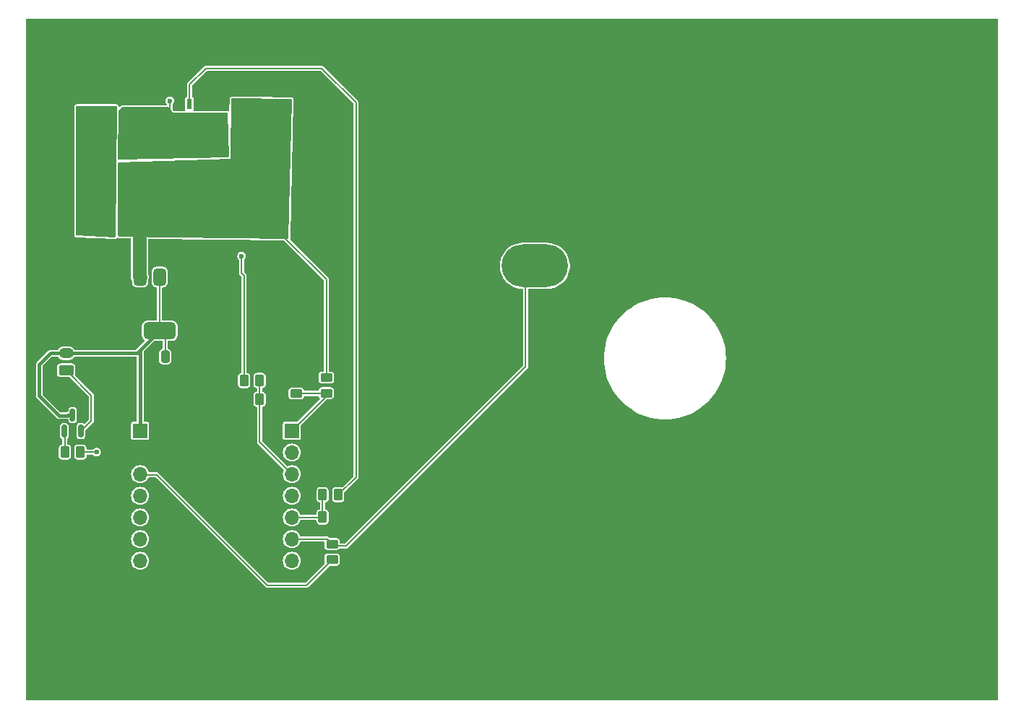
<source format=gbr>
%TF.GenerationSoftware,KiCad,Pcbnew,8.0.4*%
%TF.CreationDate,2025-02-03T15:53:43-05:00*%
%TF.ProjectId,AerospaceBigButton,4165726f-7370-4616-9365-426967427574,rev?*%
%TF.SameCoordinates,Original*%
%TF.FileFunction,Copper,L1,Top*%
%TF.FilePolarity,Positive*%
%FSLAX46Y46*%
G04 Gerber Fmt 4.6, Leading zero omitted, Abs format (unit mm)*
G04 Created by KiCad (PCBNEW 8.0.4) date 2025-02-03 15:53:43*
%MOMM*%
%LPD*%
G01*
G04 APERTURE LIST*
G04 Aperture macros list*
%AMRoundRect*
0 Rectangle with rounded corners*
0 $1 Rounding radius*
0 $2 $3 $4 $5 $6 $7 $8 $9 X,Y pos of 4 corners*
0 Add a 4 corners polygon primitive as box body*
4,1,4,$2,$3,$4,$5,$6,$7,$8,$9,$2,$3,0*
0 Add four circle primitives for the rounded corners*
1,1,$1+$1,$2,$3*
1,1,$1+$1,$4,$5*
1,1,$1+$1,$6,$7*
1,1,$1+$1,$8,$9*
0 Add four rect primitives between the rounded corners*
20,1,$1+$1,$2,$3,$4,$5,0*
20,1,$1+$1,$4,$5,$6,$7,0*
20,1,$1+$1,$6,$7,$8,$9,0*
20,1,$1+$1,$8,$9,$2,$3,0*%
G04 Aperture macros list end*
%TA.AperFunction,SMDPad,CuDef*%
%ADD10RoundRect,0.250000X-0.262500X-0.450000X0.262500X-0.450000X0.262500X0.450000X-0.262500X0.450000X0*%
%TD*%
%TA.AperFunction,SMDPad,CuDef*%
%ADD11RoundRect,0.150000X0.150000X-0.587500X0.150000X0.587500X-0.150000X0.587500X-0.150000X-0.587500X0*%
%TD*%
%TA.AperFunction,SMDPad,CuDef*%
%ADD12RoundRect,0.250000X-0.450000X0.262500X-0.450000X-0.262500X0.450000X-0.262500X0.450000X0.262500X0*%
%TD*%
%TA.AperFunction,ComponentPad*%
%ADD13C,3.600000*%
%TD*%
%TA.AperFunction,ConnectorPad*%
%ADD14C,5.600000*%
%TD*%
%TA.AperFunction,SMDPad,CuDef*%
%ADD15RoundRect,0.250000X0.450000X-0.262500X0.450000X0.262500X-0.450000X0.262500X-0.450000X-0.262500X0*%
%TD*%
%TA.AperFunction,SMDPad,CuDef*%
%ADD16RoundRect,0.250000X0.262500X0.450000X-0.262500X0.450000X-0.262500X-0.450000X0.262500X-0.450000X0*%
%TD*%
%TA.AperFunction,ComponentPad*%
%ADD17RoundRect,0.250000X0.625000X-0.350000X0.625000X0.350000X-0.625000X0.350000X-0.625000X-0.350000X0*%
%TD*%
%TA.AperFunction,ComponentPad*%
%ADD18O,1.750000X1.200000*%
%TD*%
%TA.AperFunction,ComponentPad*%
%ADD19R,3.800000X3.800000*%
%TD*%
%TA.AperFunction,ComponentPad*%
%ADD20C,3.800000*%
%TD*%
%TA.AperFunction,ComponentPad*%
%ADD21O,7.800000X5.000000*%
%TD*%
%TA.AperFunction,ComponentPad*%
%ADD22O,9.400000X5.000000*%
%TD*%
%TA.AperFunction,SMDPad,CuDef*%
%ADD23RoundRect,0.375000X-0.375000X0.625000X-0.375000X-0.625000X0.375000X-0.625000X0.375000X0.625000X0*%
%TD*%
%TA.AperFunction,SMDPad,CuDef*%
%ADD24RoundRect,0.500000X-1.400000X0.500000X-1.400000X-0.500000X1.400000X-0.500000X1.400000X0.500000X0*%
%TD*%
%TA.AperFunction,SMDPad,CuDef*%
%ADD25R,0.610000X1.270000*%
%TD*%
%TA.AperFunction,SMDPad,CuDef*%
%ADD26R,3.910000X3.810000*%
%TD*%
%TA.AperFunction,SMDPad,CuDef*%
%ADD27R,0.610000X1.020000*%
%TD*%
%TA.AperFunction,SMDPad,CuDef*%
%ADD28RoundRect,0.250000X-0.250000X-0.475000X0.250000X-0.475000X0.250000X0.475000X-0.250000X0.475000X0*%
%TD*%
%TA.AperFunction,SMDPad,CuDef*%
%ADD29RoundRect,0.250000X-1.500000X-0.550000X1.500000X-0.550000X1.500000X0.550000X-1.500000X0.550000X0*%
%TD*%
%TA.AperFunction,ComponentPad*%
%ADD30C,4.000000*%
%TD*%
%TA.AperFunction,ComponentPad*%
%ADD31R,1.700000X1.700000*%
%TD*%
%TA.AperFunction,ComponentPad*%
%ADD32O,1.700000X1.700000*%
%TD*%
%TA.AperFunction,ViaPad*%
%ADD33C,0.600000*%
%TD*%
%TA.AperFunction,Conductor*%
%ADD34C,0.200000*%
%TD*%
%TA.AperFunction,Conductor*%
%ADD35C,0.400000*%
%TD*%
%TA.AperFunction,Conductor*%
%ADD36C,1.600000*%
%TD*%
G04 APERTURE END LIST*
D10*
%TO.P,R6,2*%
%TO.N,/ARMED*%
X56512500Y-66000000D03*
%TO.P,R6,1*%
%TO.N,Net-(Q2-B)*%
X54687500Y-66000000D03*
%TD*%
D11*
%TO.P,Q2,1,B*%
%TO.N,Net-(Q2-B)*%
X54650000Y-63537500D03*
%TO.P,Q2,2,E*%
%TO.N,Net-(J6-Pin_1)*%
X56550000Y-63537500D03*
%TO.P,Q2,3,C*%
%TO.N,+5V*%
X55600000Y-61662500D03*
%TD*%
D12*
%TO.P,R9,1*%
%TO.N,GND*%
X81800000Y-57287500D03*
%TO.P,R9,2*%
%TO.N,/VINSENSE*%
X81800000Y-59112500D03*
%TD*%
D13*
%TO.P,H4,1,1*%
%TO.N,GND*%
X55000000Y-90000000D03*
D14*
X55000000Y-90000000D03*
%TD*%
D12*
%TO.P,R8,1*%
%TO.N,VCC*%
X85320000Y-57252500D03*
%TO.P,R8,2*%
%TO.N,/VINSENSE*%
X85320000Y-59077500D03*
%TD*%
D15*
%TO.P,R1,1*%
%TO.N,+3V3*%
X86000000Y-78600000D03*
%TO.P,R1,2*%
%TO.N,/BIGSWITCH*%
X86000000Y-76775000D03*
%TD*%
D13*
%TO.P,H1,1,1*%
%TO.N,GND*%
X55000000Y-20000000D03*
D14*
X55000000Y-20000000D03*
%TD*%
D16*
%TO.P,R5,1*%
%TO.N,GND*%
X86712500Y-73600000D03*
%TO.P,R5,2*%
%TO.N,/FIRE*%
X84887500Y-73600000D03*
%TD*%
D17*
%TO.P,J6,1,Pin_1*%
%TO.N,Net-(J6-Pin_1)*%
X54850000Y-56400000D03*
D18*
%TO.P,J6,2,Pin_2*%
%TO.N,+5V*%
X54850000Y-54400000D03*
%TO.P,J6,3,Pin_3*%
%TO.N,GND*%
X54850000Y-52400000D03*
%TD*%
D10*
%TO.P,R3,1*%
%TO.N,GND*%
X75687500Y-59800000D03*
%TO.P,R3,2*%
%TO.N,/CONT*%
X77512500Y-59800000D03*
%TD*%
D19*
%TO.P,J3,1,Pin_1*%
%TO.N,GND*%
X83900000Y-27940000D03*
D20*
%TO.P,J3,2,Pin_2*%
%TO.N,VCC*%
X78900000Y-27940000D03*
%TD*%
D13*
%TO.P,H3,1,1*%
%TO.N,GND*%
X160000000Y-90000000D03*
D14*
X160000000Y-90000000D03*
%TD*%
D21*
%TO.P,SW1,1,A*%
%TO.N,/BIGSWITCH*%
X109760000Y-44150000D03*
D22*
%TO.P,SW1,2,B*%
%TO.N,GND*%
X135160000Y-34260000D03*
%TD*%
D23*
%TO.P,U1,1,GND*%
%TO.N,GND*%
X68100000Y-45450000D03*
%TO.P,U1,2,VO*%
%TO.N,+5V*%
X65800000Y-45450000D03*
D24*
X65800000Y-51750000D03*
D23*
%TO.P,U1,3,VI*%
%TO.N,VCC*%
X63500000Y-45450000D03*
%TD*%
D25*
%TO.P,Q1,1,S*%
%TO.N,GND*%
X73110000Y-25200000D03*
%TO.P,Q1,2,S*%
X71840000Y-25200000D03*
%TO.P,Q1,3,S*%
X70570000Y-25200000D03*
%TO.P,Q1,4,G*%
%TO.N,Net-(Q1-G)*%
X69300000Y-25200000D03*
D26*
%TO.P,Q1,5,D*%
%TO.N,Net-(J4-Pin_1)*%
X71205000Y-28560000D03*
D27*
X73110000Y-30665000D03*
X71840000Y-30665000D03*
X70570000Y-30665000D03*
X69300000Y-30665000D03*
%TD*%
D13*
%TO.P,H2,1,1*%
%TO.N,GND*%
X160000000Y-20000000D03*
D14*
X160000000Y-20000000D03*
%TD*%
D28*
%TO.P,C2,1*%
%TO.N,+5V*%
X66450000Y-54800000D03*
%TO.P,C2,2*%
%TO.N,GND*%
X68350000Y-54800000D03*
%TD*%
D29*
%TO.P,C3,1*%
%TO.N,VCC*%
X78580000Y-38100000D03*
%TO.P,C3,2*%
%TO.N,GND*%
X83980000Y-38100000D03*
%TD*%
D10*
%TO.P,R4,1*%
%TO.N,/FIRE*%
X84887500Y-71000000D03*
%TO.P,R4,2*%
%TO.N,Net-(Q1-G)*%
X86712500Y-71000000D03*
%TD*%
D28*
%TO.P,C1,1*%
%TO.N,VCC*%
X80250000Y-33000000D03*
%TO.P,C1,2*%
%TO.N,GND*%
X82150000Y-33000000D03*
%TD*%
D19*
%TO.P,J5,1,Pin_1*%
%TO.N,/PYRO*%
X58420000Y-38100000D03*
D30*
%TO.P,J5,2,Pin_2*%
%TO.N,VCC*%
X63420000Y-38100000D03*
%TD*%
D31*
%TO.P,J1,1,Pin_1*%
%TO.N,+5V*%
X63500000Y-63500000D03*
D32*
%TO.P,J1,2,Pin_2*%
%TO.N,GND*%
X63500000Y-66040000D03*
%TO.P,J1,3,Pin_3*%
%TO.N,+3V3*%
X63500000Y-68580000D03*
%TO.P,J1,4,Pin_4*%
%TO.N,unconnected-(J1-Pin_4-Pad4)*%
X63500000Y-71120000D03*
%TO.P,J1,5,Pin_5*%
%TO.N,unconnected-(J1-Pin_5-Pad5)*%
X63500000Y-73660000D03*
%TO.P,J1,6,Pin_6*%
%TO.N,unconnected-(J1-Pin_6-Pad6)*%
X63500000Y-76200000D03*
%TO.P,J1,7,Pin_7*%
%TO.N,unconnected-(J1-Pin_7-Pad7)*%
X63500000Y-78740000D03*
%TD*%
D19*
%TO.P,J4,1,Pin_1*%
%TO.N,Net-(J4-Pin_1)*%
X63500000Y-27940000D03*
D30*
%TO.P,J4,2,Pin_2*%
%TO.N,/PYRO*%
X58500000Y-27940000D03*
%TD*%
D10*
%TO.P,R2,1*%
%TO.N,Net-(J4-Pin_1)*%
X75687500Y-57600000D03*
%TO.P,R2,2*%
%TO.N,/CONT*%
X77512500Y-57600000D03*
%TD*%
D31*
%TO.P,J2,1,Pin_1*%
%TO.N,/VINSENSE*%
X81280000Y-63500000D03*
D32*
%TO.P,J2,2,Pin_2*%
%TO.N,/ARMED*%
X81280000Y-66040000D03*
%TO.P,J2,3,Pin_3*%
%TO.N,/CONT*%
X81280000Y-68580000D03*
%TO.P,J2,4,Pin_4*%
%TO.N,unconnected-(J2-Pin_4-Pad4)*%
X81280000Y-71120000D03*
%TO.P,J2,5,Pin_5*%
%TO.N,/FIRE*%
X81280000Y-73660000D03*
%TO.P,J2,6,Pin_6*%
%TO.N,/BIGSWITCH*%
X81280000Y-76200000D03*
%TO.P,J2,7,Pin_7*%
%TO.N,unconnected-(J2-Pin_7-Pad7)*%
X81280000Y-78740000D03*
%TD*%
D33*
%TO.N,/ARMED*%
X58400000Y-66000000D03*
%TO.N,GND*%
X152400000Y-50000000D03*
X52000000Y-38800000D03*
X119000000Y-89800000D03*
X86800000Y-20400000D03*
X64000000Y-19000000D03*
X61600000Y-58800000D03*
X71600000Y-87200000D03*
X72400000Y-57200000D03*
X110000000Y-74400000D03*
X159400000Y-27000000D03*
X66400000Y-22600000D03*
X79800000Y-49600000D03*
X115400000Y-65400000D03*
X50800000Y-47800000D03*
X69200000Y-20800000D03*
X115400000Y-19000000D03*
X53000000Y-31000000D03*
X59200000Y-69000000D03*
X125400000Y-77600000D03*
X51000000Y-66800000D03*
X86600000Y-32800000D03*
X91000000Y-41000000D03*
X142800000Y-74000000D03*
X122600000Y-34600000D03*
X69000000Y-81000000D03*
X85000000Y-23200000D03*
X92200000Y-84600000D03*
X60200000Y-89200000D03*
X76400000Y-23000000D03*
X73600000Y-68800000D03*
X98200000Y-19000000D03*
X148800000Y-26800000D03*
%TO.N,Net-(J4-Pin_1)*%
X75400000Y-43000000D03*
X67000000Y-24800000D03*
%TD*%
D34*
%TO.N,+3V3*%
X65440000Y-68640000D02*
X63500000Y-68640000D01*
X83000000Y-81600000D02*
X78400000Y-81600000D01*
X86000000Y-78600000D02*
X83000000Y-81600000D01*
X78400000Y-81600000D02*
X65440000Y-68640000D01*
%TO.N,Net-(J6-Pin_1)*%
X57800000Y-59350000D02*
X54850000Y-56400000D01*
X57800000Y-62300000D02*
X57800000Y-59350000D01*
X57787500Y-62300000D02*
X57800000Y-62300000D01*
X56550000Y-63537500D02*
X57787500Y-62300000D01*
D35*
%TO.N,+5V*%
X55037500Y-61662500D02*
X55600000Y-61662500D01*
X51700000Y-59400000D02*
X54000000Y-61700000D01*
X53000000Y-54400000D02*
X51700000Y-55700000D01*
X54000000Y-61700000D02*
X55000000Y-61700000D01*
X55000000Y-61700000D02*
X55037500Y-61662500D01*
X54850000Y-54400000D02*
X53000000Y-54400000D01*
X51700000Y-55700000D02*
X51700000Y-59400000D01*
X63150000Y-54400000D02*
X54850000Y-54400000D01*
X63500000Y-54050000D02*
X63150000Y-54400000D01*
D34*
%TO.N,/CONT*%
X77512500Y-64812500D02*
X81280000Y-68580000D01*
X77512500Y-59800000D02*
X77512500Y-64812500D01*
%TO.N,/ARMED*%
X56512500Y-66000000D02*
X58400000Y-66000000D01*
%TO.N,Net-(Q2-B)*%
X54687500Y-66000000D02*
X54687500Y-63575000D01*
X54687500Y-63575000D02*
X54650000Y-63537500D01*
%TO.N,Net-(Q1-G)*%
X69300000Y-22900000D02*
X69300000Y-25200000D01*
X84800000Y-21000000D02*
X71200000Y-21000000D01*
X71200000Y-21000000D02*
X69300000Y-22900000D01*
X88800000Y-68912500D02*
X88800000Y-25000000D01*
X88800000Y-25000000D02*
X84800000Y-21000000D01*
X86712500Y-71000000D02*
X88800000Y-68912500D01*
D36*
%TO.N,VCC*%
X63420000Y-38100000D02*
X63420000Y-45370000D01*
D34*
X85320000Y-45720000D02*
X79800000Y-40200000D01*
X85320000Y-57252500D02*
X85320000Y-45720000D01*
D36*
X63420000Y-45370000D02*
X63500000Y-45450000D01*
D34*
%TO.N,+5V*%
X66450000Y-52400000D02*
X65800000Y-51750000D01*
X65800000Y-45450000D02*
X65800000Y-51750000D01*
D35*
X65800000Y-51750000D02*
X63500000Y-54050000D01*
D34*
X66450000Y-54800000D02*
X66450000Y-52400000D01*
%TO.N,/BIGSWITCH*%
X108660000Y-56000000D02*
X108660000Y-41950000D01*
X87660000Y-77000000D02*
X86225000Y-77000000D01*
X85425000Y-76200000D02*
X81280000Y-76200000D01*
X86225000Y-77000000D02*
X86000000Y-76775000D01*
X108660000Y-56000000D02*
X87660000Y-77000000D01*
X86000000Y-76775000D02*
X85425000Y-76200000D01*
%TO.N,/FIRE*%
X84887500Y-73600000D02*
X84827500Y-73660000D01*
X84827500Y-73660000D02*
X81280000Y-73660000D01*
X84887500Y-73600000D02*
X84887500Y-71000000D01*
%TO.N,/VINSENSE*%
X85285000Y-59112500D02*
X85320000Y-59077500D01*
X81800000Y-59112500D02*
X85285000Y-59112500D01*
X85320000Y-59077500D02*
X85320000Y-59460000D01*
X85320000Y-59460000D02*
X81280000Y-63500000D01*
%TO.N,Net-(J4-Pin_1)*%
X75400000Y-45000000D02*
X75400000Y-43000000D01*
X67000000Y-24800000D02*
X67000000Y-26200000D01*
X75687500Y-45287500D02*
X75400000Y-45000000D01*
X75687500Y-57600000D02*
X75687500Y-45287500D01*
%TO.N,/CONT*%
X77512500Y-60672500D02*
X77512500Y-57600000D01*
D35*
%TO.N,+5V*%
X63500000Y-54050000D02*
X63500000Y-63560000D01*
%TD*%
%TA.AperFunction,Conductor*%
%TO.N,/PYRO*%
G36*
X60777358Y-25421674D02*
G01*
X60799032Y-25474000D01*
X60799026Y-25474961D01*
X60600990Y-40723717D01*
X60578638Y-40775757D01*
X60526035Y-40796750D01*
X60523782Y-40796686D01*
X56070786Y-40603077D01*
X56019451Y-40579151D01*
X56000000Y-40529147D01*
X56000000Y-25474000D01*
X56021674Y-25421674D01*
X56074000Y-25400000D01*
X60725032Y-25400000D01*
X60777358Y-25421674D01*
G37*
%TD.AperFunction*%
%TD*%
%TA.AperFunction,Conductor*%
%TO.N,VCC*%
G36*
X81225240Y-24598947D02*
G01*
X81277256Y-24621356D01*
X81298191Y-24673982D01*
X81298176Y-24674744D01*
X80901787Y-40926706D01*
X80878843Y-40978488D01*
X80826694Y-40998894D01*
X61044962Y-40700677D01*
X60992968Y-40678216D01*
X60979890Y-40659781D01*
X60907605Y-40515211D01*
X60899799Y-40482993D01*
X60856953Y-36841008D01*
X60856953Y-36839338D01*
X60918928Y-32067268D01*
X60941280Y-32015230D01*
X60990695Y-31994264D01*
X74100000Y-31600000D01*
X74103848Y-31326758D01*
X74104047Y-31322515D01*
X74103991Y-31319591D01*
X74103984Y-31317115D01*
X74198957Y-24573990D01*
X74221366Y-24521977D01*
X74273991Y-24501042D01*
X81225240Y-24598947D01*
G37*
%TD.AperFunction*%
%TD*%
%TA.AperFunction,Conductor*%
%TO.N,Net-(J4-Pin_1)*%
G36*
X66814244Y-25521674D02*
G01*
X66822134Y-25530988D01*
X67117579Y-25944611D01*
X67300000Y-26200000D01*
X73727410Y-26200000D01*
X73779736Y-26221674D01*
X73801396Y-26272577D01*
X73898582Y-31326284D01*
X73877918Y-31379017D01*
X73826290Y-31401688D01*
X61000419Y-31695409D01*
X60947611Y-31674938D01*
X60924744Y-31623122D01*
X60924731Y-31620512D01*
X60998425Y-25946052D01*
X60998456Y-25944769D01*
X60998995Y-25929144D01*
X61020623Y-25879376D01*
X61378326Y-25521674D01*
X61430652Y-25500000D01*
X66761918Y-25500000D01*
X66814244Y-25521674D01*
G37*
%TD.AperFunction*%
%TD*%
%TA.AperFunction,Conductor*%
%TO.N,GND*%
G36*
X164007826Y-15172174D02*
G01*
X164029500Y-15224500D01*
X164029500Y-95015500D01*
X164007826Y-95067826D01*
X163955500Y-95089500D01*
X50224500Y-95089500D01*
X50172174Y-95067826D01*
X50150500Y-95015500D01*
X50150500Y-78740000D01*
X62444417Y-78740000D01*
X62464700Y-78945935D01*
X62465084Y-78947201D01*
X62503967Y-79075383D01*
X62524769Y-79143956D01*
X62546521Y-79184650D01*
X62622315Y-79326450D01*
X62753590Y-79486410D01*
X62913550Y-79617685D01*
X63096046Y-79715232D01*
X63294066Y-79775300D01*
X63500000Y-79795583D01*
X63705934Y-79775300D01*
X63903954Y-79715232D01*
X64086450Y-79617685D01*
X64246410Y-79486410D01*
X64377685Y-79326450D01*
X64475232Y-79143954D01*
X64535300Y-78945934D01*
X64555583Y-78740000D01*
X64535300Y-78534066D01*
X64475232Y-78336046D01*
X64377685Y-78153550D01*
X64246410Y-77993590D01*
X64174660Y-77934707D01*
X64086450Y-77862315D01*
X63903956Y-77764769D01*
X63903955Y-77764768D01*
X63903954Y-77764768D01*
X63792158Y-77730855D01*
X63705935Y-77704700D01*
X63500000Y-77684417D01*
X63294064Y-77704700D01*
X63096043Y-77764769D01*
X62913549Y-77862315D01*
X62753590Y-77993589D01*
X62753589Y-77993590D01*
X62622315Y-78153549D01*
X62524769Y-78336043D01*
X62464700Y-78534064D01*
X62444417Y-78740000D01*
X50150500Y-78740000D01*
X50150500Y-76200000D01*
X62444417Y-76200000D01*
X62464700Y-76405934D01*
X62524768Y-76603954D01*
X62622315Y-76786450D01*
X62753590Y-76946410D01*
X62913550Y-77077685D01*
X63096046Y-77175232D01*
X63294066Y-77235300D01*
X63500000Y-77255583D01*
X63705934Y-77235300D01*
X63903954Y-77175232D01*
X64086450Y-77077685D01*
X64246410Y-76946410D01*
X64377685Y-76786450D01*
X64475232Y-76603954D01*
X64535300Y-76405934D01*
X64555583Y-76200000D01*
X64535300Y-75994066D01*
X64475232Y-75796046D01*
X64377685Y-75613550D01*
X64246410Y-75453590D01*
X64086450Y-75322315D01*
X63903954Y-75224768D01*
X63792158Y-75190855D01*
X63705935Y-75164700D01*
X63500000Y-75144417D01*
X63294064Y-75164700D01*
X63096043Y-75224769D01*
X62913549Y-75322315D01*
X62753590Y-75453589D01*
X62753589Y-75453590D01*
X62622315Y-75613549D01*
X62524769Y-75796043D01*
X62464700Y-75994064D01*
X62464700Y-75994066D01*
X62444417Y-76200000D01*
X50150500Y-76200000D01*
X50150500Y-73660000D01*
X62444417Y-73660000D01*
X62464700Y-73865934D01*
X62524768Y-74063954D01*
X62622315Y-74246450D01*
X62753590Y-74406410D01*
X62913550Y-74537685D01*
X63096046Y-74635232D01*
X63294066Y-74695300D01*
X63500000Y-74715583D01*
X63705934Y-74695300D01*
X63903954Y-74635232D01*
X64086450Y-74537685D01*
X64246410Y-74406410D01*
X64377685Y-74246450D01*
X64475232Y-74063954D01*
X64535300Y-73865934D01*
X64555583Y-73660000D01*
X64535300Y-73454066D01*
X64475232Y-73256046D01*
X64377685Y-73073550D01*
X64246410Y-72913590D01*
X64086450Y-72782315D01*
X63936855Y-72702354D01*
X63903956Y-72684769D01*
X63903955Y-72684768D01*
X63903954Y-72684768D01*
X63734964Y-72633506D01*
X63705935Y-72624700D01*
X63500000Y-72604417D01*
X63294064Y-72624700D01*
X63096043Y-72684769D01*
X62913549Y-72782315D01*
X62753590Y-72913589D01*
X62753589Y-72913590D01*
X62622315Y-73073549D01*
X62524769Y-73256043D01*
X62464700Y-73454064D01*
X62464700Y-73454066D01*
X62444417Y-73660000D01*
X50150500Y-73660000D01*
X50150500Y-71120000D01*
X62444417Y-71120000D01*
X62464700Y-71325934D01*
X62524768Y-71523954D01*
X62622315Y-71706450D01*
X62753590Y-71866410D01*
X62913550Y-71997685D01*
X63096046Y-72095232D01*
X63294066Y-72155300D01*
X63500000Y-72175583D01*
X63705934Y-72155300D01*
X63903954Y-72095232D01*
X64086450Y-71997685D01*
X64246410Y-71866410D01*
X64377685Y-71706450D01*
X64475232Y-71523954D01*
X64535300Y-71325934D01*
X64555583Y-71120000D01*
X64535300Y-70914066D01*
X64475232Y-70716046D01*
X64377685Y-70533550D01*
X64246410Y-70373590D01*
X64201968Y-70337118D01*
X64086450Y-70242315D01*
X63903956Y-70144769D01*
X63903955Y-70144768D01*
X63903954Y-70144768D01*
X63792158Y-70110855D01*
X63705935Y-70084700D01*
X63500000Y-70064417D01*
X63294064Y-70084700D01*
X63096043Y-70144769D01*
X62913549Y-70242315D01*
X62753590Y-70373589D01*
X62753589Y-70373590D01*
X62622315Y-70533549D01*
X62524769Y-70716043D01*
X62464700Y-70914064D01*
X62464700Y-70914066D01*
X62444417Y-71120000D01*
X50150500Y-71120000D01*
X50150500Y-68580000D01*
X62444417Y-68580000D01*
X62464700Y-68785935D01*
X62471910Y-68809702D01*
X62524089Y-68981717D01*
X62524769Y-68983956D01*
X62548573Y-69028489D01*
X62622315Y-69166450D01*
X62753590Y-69326410D01*
X62913550Y-69457685D01*
X63096046Y-69555232D01*
X63294066Y-69615300D01*
X63500000Y-69635583D01*
X63705934Y-69615300D01*
X63903954Y-69555232D01*
X64086450Y-69457685D01*
X64246410Y-69326410D01*
X64377685Y-69166450D01*
X64475232Y-68983954D01*
X64475232Y-68983953D01*
X64476946Y-68980747D01*
X64478761Y-68981717D01*
X64514385Y-68946122D01*
X64542677Y-68940500D01*
X65284877Y-68940500D01*
X65337203Y-68962174D01*
X78215489Y-81840460D01*
X78284012Y-81880022D01*
X78360438Y-81900500D01*
X78360440Y-81900500D01*
X83039564Y-81900500D01*
X83039564Y-81900499D01*
X83115989Y-81880021D01*
X83184511Y-81840460D01*
X83240460Y-81784511D01*
X85690297Y-79334674D01*
X85742623Y-79313000D01*
X86504258Y-79313000D01*
X86504266Y-79313000D01*
X86534699Y-79310146D01*
X86662882Y-79265293D01*
X86772150Y-79184650D01*
X86852793Y-79075382D01*
X86897646Y-78947199D01*
X86900500Y-78916766D01*
X86900500Y-78283234D01*
X86897646Y-78252801D01*
X86852793Y-78124618D01*
X86852792Y-78124616D01*
X86772153Y-78015353D01*
X86772146Y-78015346D01*
X86662883Y-77934707D01*
X86662881Y-77934706D01*
X86534704Y-77889855D01*
X86534705Y-77889855D01*
X86534700Y-77889854D01*
X86534699Y-77889854D01*
X86504266Y-77887000D01*
X85495734Y-77887000D01*
X85465301Y-77889854D01*
X85465299Y-77889854D01*
X85465295Y-77889855D01*
X85337118Y-77934706D01*
X85337116Y-77934707D01*
X85227853Y-78015346D01*
X85227846Y-78015353D01*
X85147207Y-78124616D01*
X85147206Y-78124618D01*
X85102355Y-78252795D01*
X85102354Y-78252799D01*
X85102354Y-78252801D01*
X85099500Y-78283234D01*
X85099500Y-78916766D01*
X85101719Y-78940436D01*
X85102354Y-78947201D01*
X85102355Y-78947204D01*
X85119521Y-78996263D01*
X85116344Y-79052811D01*
X85101999Y-79073028D01*
X82897203Y-81277826D01*
X82844877Y-81299500D01*
X78555123Y-81299500D01*
X78502797Y-81277826D01*
X75964971Y-78740000D01*
X80224417Y-78740000D01*
X80244700Y-78945935D01*
X80245084Y-78947201D01*
X80283967Y-79075383D01*
X80304769Y-79143956D01*
X80326521Y-79184650D01*
X80402315Y-79326450D01*
X80533590Y-79486410D01*
X80693550Y-79617685D01*
X80876046Y-79715232D01*
X81074066Y-79775300D01*
X81280000Y-79795583D01*
X81485934Y-79775300D01*
X81683954Y-79715232D01*
X81866450Y-79617685D01*
X82026410Y-79486410D01*
X82157685Y-79326450D01*
X82255232Y-79143954D01*
X82315300Y-78945934D01*
X82335583Y-78740000D01*
X82315300Y-78534066D01*
X82255232Y-78336046D01*
X82157685Y-78153550D01*
X82026410Y-77993590D01*
X81954660Y-77934707D01*
X81866450Y-77862315D01*
X81683956Y-77764769D01*
X81683955Y-77764768D01*
X81683954Y-77764768D01*
X81572158Y-77730855D01*
X81485935Y-77704700D01*
X81280000Y-77684417D01*
X81074064Y-77704700D01*
X80876043Y-77764769D01*
X80693549Y-77862315D01*
X80533590Y-77993589D01*
X80533589Y-77993590D01*
X80402315Y-78153549D01*
X80304769Y-78336043D01*
X80244700Y-78534064D01*
X80224417Y-78740000D01*
X75964971Y-78740000D01*
X73424971Y-76200000D01*
X80224417Y-76200000D01*
X80244700Y-76405934D01*
X80304768Y-76603954D01*
X80402315Y-76786450D01*
X80533590Y-76946410D01*
X80693550Y-77077685D01*
X80876046Y-77175232D01*
X81074066Y-77235300D01*
X81280000Y-77255583D01*
X81485934Y-77235300D01*
X81683954Y-77175232D01*
X81866450Y-77077685D01*
X82026410Y-76946410D01*
X82157685Y-76786450D01*
X82255232Y-76603954D01*
X82270683Y-76553017D01*
X82306612Y-76509238D01*
X82341496Y-76500500D01*
X85025500Y-76500500D01*
X85077826Y-76522174D01*
X85099500Y-76574500D01*
X85099500Y-77091766D01*
X85102354Y-77122199D01*
X85102354Y-77122201D01*
X85102355Y-77122204D01*
X85147206Y-77250381D01*
X85147207Y-77250383D01*
X85227846Y-77359646D01*
X85227853Y-77359653D01*
X85337116Y-77440292D01*
X85337118Y-77440293D01*
X85465295Y-77485144D01*
X85465301Y-77485146D01*
X85495734Y-77488000D01*
X85495741Y-77488000D01*
X86504258Y-77488000D01*
X86504266Y-77488000D01*
X86534699Y-77485146D01*
X86662882Y-77440293D01*
X86772150Y-77359650D01*
X86793621Y-77330556D01*
X86842132Y-77301327D01*
X86853161Y-77300500D01*
X87699564Y-77300500D01*
X87699564Y-77300499D01*
X87775989Y-77280021D01*
X87844511Y-77240460D01*
X87900460Y-77184511D01*
X108900460Y-56184511D01*
X108937717Y-56119979D01*
X108937718Y-56119979D01*
X108937719Y-56119974D01*
X108940021Y-56115989D01*
X108960499Y-56039564D01*
X108960500Y-56039564D01*
X108960500Y-54999993D01*
X117844496Y-54999993D01*
X117844496Y-55000006D01*
X117864502Y-55534716D01*
X117864503Y-55534727D01*
X117924416Y-56066465D01*
X117924417Y-56066475D01*
X118023897Y-56592243D01*
X118023902Y-56592264D01*
X118162393Y-57109118D01*
X118320325Y-57560460D01*
X118339129Y-57614199D01*
X118553114Y-58104657D01*
X118803152Y-58577752D01*
X119087845Y-59030839D01*
X119405602Y-59461384D01*
X119754644Y-59866979D01*
X120133021Y-60245356D01*
X120538616Y-60594398D01*
X120969161Y-60912155D01*
X121422239Y-61196842D01*
X121422239Y-61196843D01*
X121422245Y-61196846D01*
X121422248Y-61196848D01*
X121895343Y-61446886D01*
X122385801Y-61660871D01*
X122795721Y-61804308D01*
X122890881Y-61837606D01*
X123407735Y-61976097D01*
X123407744Y-61976099D01*
X123407751Y-61976101D01*
X123933527Y-62075583D01*
X124465269Y-62135496D01*
X124465274Y-62135496D01*
X124465283Y-62135497D01*
X124999993Y-62155504D01*
X125000000Y-62155504D01*
X125000007Y-62155504D01*
X125534716Y-62135497D01*
X125534724Y-62135496D01*
X125534731Y-62135496D01*
X126066473Y-62075583D01*
X126592249Y-61976101D01*
X127109122Y-61837605D01*
X127614199Y-61660871D01*
X128104657Y-61446886D01*
X128577752Y-61196848D01*
X129030839Y-60912155D01*
X129461384Y-60594398D01*
X129866979Y-60245356D01*
X130245356Y-59866979D01*
X130594398Y-59461384D01*
X130912155Y-59030839D01*
X131196848Y-58577752D01*
X131446886Y-58104657D01*
X131660871Y-57614199D01*
X131837605Y-57109122D01*
X131976101Y-56592249D01*
X132075583Y-56066473D01*
X132135496Y-55534731D01*
X132135886Y-55524324D01*
X132155504Y-55000006D01*
X132155504Y-54999993D01*
X132135497Y-54465283D01*
X132135496Y-54465272D01*
X132135496Y-54465269D01*
X132075583Y-53933527D01*
X131976101Y-53407751D01*
X131853580Y-52950499D01*
X131837606Y-52890881D01*
X131714690Y-52539607D01*
X131660871Y-52385801D01*
X131446886Y-51895343D01*
X131196848Y-51422248D01*
X130912155Y-50969161D01*
X130594398Y-50538616D01*
X130245356Y-50133021D01*
X129866979Y-49754644D01*
X129461384Y-49405602D01*
X129030839Y-49087845D01*
X128577760Y-48803157D01*
X128577760Y-48803156D01*
X128461425Y-48741671D01*
X128104657Y-48553114D01*
X127614199Y-48339129D01*
X127433184Y-48275789D01*
X127109118Y-48162393D01*
X126592264Y-48023902D01*
X126592243Y-48023897D01*
X126066475Y-47924417D01*
X126066465Y-47924416D01*
X125534727Y-47864503D01*
X125534716Y-47864502D01*
X125000007Y-47844496D01*
X124999993Y-47844496D01*
X124465283Y-47864502D01*
X124465272Y-47864503D01*
X123933534Y-47924416D01*
X123933524Y-47924417D01*
X123407756Y-48023897D01*
X123407735Y-48023902D01*
X122890881Y-48162393D01*
X122385803Y-48339128D01*
X121895349Y-48553111D01*
X121422239Y-48803156D01*
X121422239Y-48803157D01*
X120969158Y-49087847D01*
X120969156Y-49087848D01*
X120538609Y-49405607D01*
X120133019Y-49754645D01*
X119754645Y-50133019D01*
X119405607Y-50538609D01*
X119087848Y-50969156D01*
X119087847Y-50969158D01*
X118803157Y-51422239D01*
X118803156Y-51422239D01*
X118553111Y-51895349D01*
X118339128Y-52385803D01*
X118162393Y-52890881D01*
X118023902Y-53407735D01*
X118023897Y-53407756D01*
X117924417Y-53933524D01*
X117924416Y-53933534D01*
X117864503Y-54465272D01*
X117864502Y-54465283D01*
X117844496Y-54999993D01*
X108960500Y-54999993D01*
X108960500Y-46924500D01*
X108982174Y-46872174D01*
X109034500Y-46850500D01*
X111311653Y-46850500D01*
X111311657Y-46850500D01*
X111613063Y-46816540D01*
X111908772Y-46749046D01*
X112195065Y-46648868D01*
X112468341Y-46517265D01*
X112725164Y-46355892D01*
X112962304Y-46166779D01*
X113176779Y-45952304D01*
X113365892Y-45715164D01*
X113527265Y-45458341D01*
X113658868Y-45185065D01*
X113759046Y-44898772D01*
X113826540Y-44603063D01*
X113860500Y-44301657D01*
X113860500Y-43998343D01*
X113826540Y-43696937D01*
X113764809Y-43426476D01*
X113759047Y-43401232D01*
X113759043Y-43401220D01*
X113755084Y-43389907D01*
X113658868Y-43114935D01*
X113527265Y-42841659D01*
X113365892Y-42584836D01*
X113176779Y-42347696D01*
X112962304Y-42133221D01*
X112725164Y-41944108D01*
X112468341Y-41782735D01*
X112195065Y-41651132D01*
X112195061Y-41651130D01*
X111908779Y-41550956D01*
X111908767Y-41550952D01*
X111613063Y-41483460D01*
X111613066Y-41483460D01*
X111483889Y-41468905D01*
X111311657Y-41449500D01*
X108208343Y-41449500D01*
X108036111Y-41468905D01*
X107906934Y-41483460D01*
X107611232Y-41550952D01*
X107611220Y-41550956D01*
X107324938Y-41651130D01*
X107051660Y-41782734D01*
X106794835Y-41944108D01*
X106557696Y-42133220D01*
X106343220Y-42347696D01*
X106154108Y-42584835D01*
X105992734Y-42841660D01*
X105861130Y-43114938D01*
X105760956Y-43401220D01*
X105760952Y-43401232D01*
X105693460Y-43696934D01*
X105693460Y-43696937D01*
X105659500Y-43998343D01*
X105659500Y-44301657D01*
X105672220Y-44414549D01*
X105693460Y-44603065D01*
X105760952Y-44898767D01*
X105760956Y-44898779D01*
X105861130Y-45185061D01*
X105861132Y-45185065D01*
X105992735Y-45458341D01*
X106049410Y-45548538D01*
X106154108Y-45715164D01*
X106239942Y-45822797D01*
X106343221Y-45952304D01*
X106557696Y-46166779D01*
X106794836Y-46355892D01*
X107051659Y-46517265D01*
X107324935Y-46648868D01*
X107611228Y-46749046D01*
X107906937Y-46816540D01*
X108208343Y-46850500D01*
X108285500Y-46850500D01*
X108337826Y-46872174D01*
X108359500Y-46924500D01*
X108359500Y-55844877D01*
X108337826Y-55897203D01*
X87557203Y-76677826D01*
X87504877Y-76699500D01*
X86974500Y-76699500D01*
X86922174Y-76677826D01*
X86900500Y-76625500D01*
X86900500Y-76458240D01*
X86900500Y-76458234D01*
X86897646Y-76427801D01*
X86889994Y-76405934D01*
X86852793Y-76299618D01*
X86852792Y-76299616D01*
X86772153Y-76190353D01*
X86772146Y-76190346D01*
X86662883Y-76109707D01*
X86662881Y-76109706D01*
X86534704Y-76064855D01*
X86534705Y-76064855D01*
X86534700Y-76064854D01*
X86534699Y-76064854D01*
X86504266Y-76062000D01*
X86504260Y-76062000D01*
X85742623Y-76062000D01*
X85690297Y-76040326D01*
X85609511Y-75959540D01*
X85540990Y-75919979D01*
X85540985Y-75919977D01*
X85464564Y-75899500D01*
X85464562Y-75899500D01*
X82341496Y-75899500D01*
X82289170Y-75877826D01*
X82270683Y-75846983D01*
X82255232Y-75796046D01*
X82157685Y-75613550D01*
X82026410Y-75453590D01*
X81866450Y-75322315D01*
X81683954Y-75224768D01*
X81572158Y-75190855D01*
X81485935Y-75164700D01*
X81280000Y-75144417D01*
X81074064Y-75164700D01*
X80876043Y-75224769D01*
X80693549Y-75322315D01*
X80533590Y-75453589D01*
X80533589Y-75453590D01*
X80402315Y-75613549D01*
X80304769Y-75796043D01*
X80244700Y-75994064D01*
X80244700Y-75994066D01*
X80224417Y-76200000D01*
X73424971Y-76200000D01*
X70884971Y-73660000D01*
X80224417Y-73660000D01*
X80244700Y-73865934D01*
X80304768Y-74063954D01*
X80402315Y-74246450D01*
X80533590Y-74406410D01*
X80693550Y-74537685D01*
X80876046Y-74635232D01*
X81074066Y-74695300D01*
X81280000Y-74715583D01*
X81485934Y-74695300D01*
X81683954Y-74635232D01*
X81866450Y-74537685D01*
X82026410Y-74406410D01*
X82157685Y-74246450D01*
X82255232Y-74063954D01*
X82270683Y-74013017D01*
X82306612Y-73969238D01*
X82341496Y-73960500D01*
X84100500Y-73960500D01*
X84152826Y-73982174D01*
X84174500Y-74034500D01*
X84174500Y-74104266D01*
X84177354Y-74134699D01*
X84177354Y-74134701D01*
X84177355Y-74134704D01*
X84222206Y-74262881D01*
X84222207Y-74262883D01*
X84302846Y-74372146D01*
X84302853Y-74372153D01*
X84412116Y-74452792D01*
X84412118Y-74452793D01*
X84540295Y-74497644D01*
X84540301Y-74497646D01*
X84570734Y-74500500D01*
X84570741Y-74500500D01*
X85204258Y-74500500D01*
X85204266Y-74500500D01*
X85234699Y-74497646D01*
X85362882Y-74452793D01*
X85472150Y-74372150D01*
X85552793Y-74262882D01*
X85597646Y-74134699D01*
X85600500Y-74104266D01*
X85600500Y-73095734D01*
X85597646Y-73065301D01*
X85552793Y-72937118D01*
X85535428Y-72913589D01*
X85472153Y-72827853D01*
X85472146Y-72827846D01*
X85362883Y-72747207D01*
X85362881Y-72747206D01*
X85237559Y-72703353D01*
X85195328Y-72665613D01*
X85188000Y-72633506D01*
X85188000Y-71966493D01*
X85209674Y-71914167D01*
X85237559Y-71896646D01*
X85323970Y-71866409D01*
X85362882Y-71852793D01*
X85472150Y-71772150D01*
X85552793Y-71662882D01*
X85597646Y-71534699D01*
X85600500Y-71504266D01*
X85600500Y-70495734D01*
X85597646Y-70465301D01*
X85552793Y-70337118D01*
X85482826Y-70242315D01*
X85472153Y-70227853D01*
X85472146Y-70227846D01*
X85362883Y-70147207D01*
X85362881Y-70147206D01*
X85234704Y-70102355D01*
X85234705Y-70102355D01*
X85234700Y-70102354D01*
X85234699Y-70102354D01*
X85204266Y-70099500D01*
X84570734Y-70099500D01*
X84540301Y-70102354D01*
X84540299Y-70102354D01*
X84540295Y-70102355D01*
X84412118Y-70147206D01*
X84412116Y-70147207D01*
X84302853Y-70227846D01*
X84302846Y-70227853D01*
X84222207Y-70337116D01*
X84222206Y-70337118D01*
X84177355Y-70465295D01*
X84177354Y-70465299D01*
X84177354Y-70465301D01*
X84174500Y-70495734D01*
X84174500Y-71504266D01*
X84177354Y-71534699D01*
X84177354Y-71534701D01*
X84177355Y-71534704D01*
X84222206Y-71662881D01*
X84222207Y-71662883D01*
X84302846Y-71772146D01*
X84302853Y-71772153D01*
X84412116Y-71852792D01*
X84412118Y-71852793D01*
X84537441Y-71896646D01*
X84579672Y-71934386D01*
X84587000Y-71966493D01*
X84587000Y-72633506D01*
X84565326Y-72685832D01*
X84537441Y-72703353D01*
X84412118Y-72747206D01*
X84412116Y-72747207D01*
X84302853Y-72827846D01*
X84302846Y-72827853D01*
X84222207Y-72937116D01*
X84222206Y-72937118D01*
X84177355Y-73065295D01*
X84177354Y-73065299D01*
X84177354Y-73065301D01*
X84174500Y-73095734D01*
X84174500Y-73095740D01*
X84174500Y-73285500D01*
X84152826Y-73337826D01*
X84100500Y-73359500D01*
X82341496Y-73359500D01*
X82289170Y-73337826D01*
X82270683Y-73306983D01*
X82255232Y-73256046D01*
X82157685Y-73073550D01*
X82026410Y-72913590D01*
X81866450Y-72782315D01*
X81716855Y-72702354D01*
X81683956Y-72684769D01*
X81683955Y-72684768D01*
X81683954Y-72684768D01*
X81514964Y-72633506D01*
X81485935Y-72624700D01*
X81280000Y-72604417D01*
X81074064Y-72624700D01*
X80876043Y-72684769D01*
X80693549Y-72782315D01*
X80533590Y-72913589D01*
X80533589Y-72913590D01*
X80402315Y-73073549D01*
X80304769Y-73256043D01*
X80244700Y-73454064D01*
X80244700Y-73454066D01*
X80224417Y-73660000D01*
X70884971Y-73660000D01*
X68344971Y-71120000D01*
X80224417Y-71120000D01*
X80244700Y-71325934D01*
X80304768Y-71523954D01*
X80402315Y-71706450D01*
X80533590Y-71866410D01*
X80693550Y-71997685D01*
X80876046Y-72095232D01*
X81074066Y-72155300D01*
X81280000Y-72175583D01*
X81485934Y-72155300D01*
X81683954Y-72095232D01*
X81866450Y-71997685D01*
X82026410Y-71866410D01*
X82157685Y-71706450D01*
X82255232Y-71523954D01*
X82315300Y-71325934D01*
X82335583Y-71120000D01*
X82315300Y-70914066D01*
X82255232Y-70716046D01*
X82157685Y-70533550D01*
X82026410Y-70373590D01*
X81981968Y-70337118D01*
X81866450Y-70242315D01*
X81683956Y-70144769D01*
X81683955Y-70144768D01*
X81683954Y-70144768D01*
X81572158Y-70110855D01*
X81485935Y-70084700D01*
X81280000Y-70064417D01*
X81074064Y-70084700D01*
X80876043Y-70144769D01*
X80693549Y-70242315D01*
X80533590Y-70373589D01*
X80533589Y-70373590D01*
X80402315Y-70533549D01*
X80304769Y-70716043D01*
X80244700Y-70914064D01*
X80244700Y-70914066D01*
X80224417Y-71120000D01*
X68344971Y-71120000D01*
X65624511Y-68399540D01*
X65583170Y-68375672D01*
X65555990Y-68359979D01*
X65555985Y-68359977D01*
X65479564Y-68339500D01*
X65479562Y-68339500D01*
X64579697Y-68339500D01*
X64527371Y-68317826D01*
X64508884Y-68286983D01*
X64475232Y-68176046D01*
X64377685Y-67993550D01*
X64246410Y-67833590D01*
X64086450Y-67702315D01*
X63903954Y-67604768D01*
X63792158Y-67570855D01*
X63705935Y-67544700D01*
X63500000Y-67524417D01*
X63294064Y-67544700D01*
X63096043Y-67604769D01*
X62913549Y-67702315D01*
X62753590Y-67833589D01*
X62753589Y-67833590D01*
X62622315Y-67993549D01*
X62524769Y-68176043D01*
X62464700Y-68374064D01*
X62444417Y-68580000D01*
X50150500Y-68580000D01*
X50150500Y-65495734D01*
X53974500Y-65495734D01*
X53974500Y-66504266D01*
X53977354Y-66534699D01*
X53977354Y-66534701D01*
X53977355Y-66534704D01*
X54022206Y-66662881D01*
X54022207Y-66662883D01*
X54102846Y-66772146D01*
X54102853Y-66772153D01*
X54212116Y-66852792D01*
X54212118Y-66852793D01*
X54340295Y-66897644D01*
X54340301Y-66897646D01*
X54370734Y-66900500D01*
X54370741Y-66900500D01*
X55004258Y-66900500D01*
X55004266Y-66900500D01*
X55034699Y-66897646D01*
X55162882Y-66852793D01*
X55272150Y-66772150D01*
X55352793Y-66662882D01*
X55397646Y-66534699D01*
X55400500Y-66504266D01*
X55400500Y-65495734D01*
X55799500Y-65495734D01*
X55799500Y-66504266D01*
X55802354Y-66534699D01*
X55802354Y-66534701D01*
X55802355Y-66534704D01*
X55847206Y-66662881D01*
X55847207Y-66662883D01*
X55927846Y-66772146D01*
X55927853Y-66772153D01*
X56037116Y-66852792D01*
X56037118Y-66852793D01*
X56165295Y-66897644D01*
X56165301Y-66897646D01*
X56195734Y-66900500D01*
X56195741Y-66900500D01*
X56829258Y-66900500D01*
X56829266Y-66900500D01*
X56859699Y-66897646D01*
X56987882Y-66852793D01*
X57097150Y-66772150D01*
X57177793Y-66662882D01*
X57222646Y-66534699D01*
X57225500Y-66504266D01*
X57225500Y-66374500D01*
X57247174Y-66322174D01*
X57299500Y-66300500D01*
X57964333Y-66300500D01*
X58016659Y-66322174D01*
X58020259Y-66326041D01*
X58068868Y-66382139D01*
X58068871Y-66382142D01*
X58068872Y-66382143D01*
X58189947Y-66459953D01*
X58296403Y-66491211D01*
X58328035Y-66500499D01*
X58328037Y-66500500D01*
X58328039Y-66500500D01*
X58471963Y-66500500D01*
X58471964Y-66500499D01*
X58610053Y-66459953D01*
X58731128Y-66382143D01*
X58825377Y-66273373D01*
X58885165Y-66142457D01*
X58905647Y-66000000D01*
X58885165Y-65857543D01*
X58825377Y-65726627D01*
X58731128Y-65617857D01*
X58674182Y-65581260D01*
X58610054Y-65540047D01*
X58610050Y-65540046D01*
X58471964Y-65499500D01*
X58471961Y-65499500D01*
X58328039Y-65499500D01*
X58328036Y-65499500D01*
X58189949Y-65540046D01*
X58189945Y-65540047D01*
X58068871Y-65617857D01*
X58068868Y-65617860D01*
X58020259Y-65673959D01*
X57969612Y-65699311D01*
X57964333Y-65699500D01*
X57299500Y-65699500D01*
X57247174Y-65677826D01*
X57225500Y-65625500D01*
X57225500Y-65495740D01*
X57225500Y-65495734D01*
X57222646Y-65465301D01*
X57177793Y-65337118D01*
X57177792Y-65337116D01*
X57097153Y-65227853D01*
X57097146Y-65227846D01*
X56987883Y-65147207D01*
X56987881Y-65147206D01*
X56859704Y-65102355D01*
X56859705Y-65102355D01*
X56859700Y-65102354D01*
X56859699Y-65102354D01*
X56829266Y-65099500D01*
X56195734Y-65099500D01*
X56165301Y-65102354D01*
X56165299Y-65102354D01*
X56165295Y-65102355D01*
X56037118Y-65147206D01*
X56037116Y-65147207D01*
X55927853Y-65227846D01*
X55927846Y-65227853D01*
X55847207Y-65337116D01*
X55847206Y-65337118D01*
X55802355Y-65465295D01*
X55802354Y-65465299D01*
X55802354Y-65465301D01*
X55799500Y-65495734D01*
X55400500Y-65495734D01*
X55397646Y-65465301D01*
X55352793Y-65337118D01*
X55352792Y-65337116D01*
X55272153Y-65227853D01*
X55272146Y-65227846D01*
X55162883Y-65147207D01*
X55162881Y-65147206D01*
X55037559Y-65103353D01*
X54995328Y-65065613D01*
X54988000Y-65033506D01*
X54988000Y-64463333D01*
X55009674Y-64411007D01*
X55089198Y-64331483D01*
X55140573Y-64226393D01*
X55150500Y-64158260D01*
X55150500Y-62916740D01*
X55140573Y-62848607D01*
X55089198Y-62743517D01*
X55006483Y-62660802D01*
X55006482Y-62660801D01*
X54901394Y-62609427D01*
X54833264Y-62599500D01*
X54833260Y-62599500D01*
X54466740Y-62599500D01*
X54466735Y-62599500D01*
X54398606Y-62609427D01*
X54398605Y-62609427D01*
X54293517Y-62660801D01*
X54210801Y-62743517D01*
X54159427Y-62848605D01*
X54159427Y-62848606D01*
X54149500Y-62916735D01*
X54149500Y-64158264D01*
X54159427Y-64226393D01*
X54159427Y-64226394D01*
X54210801Y-64331482D01*
X54293517Y-64414198D01*
X54293519Y-64414199D01*
X54345499Y-64439610D01*
X54382990Y-64482062D01*
X54387000Y-64506091D01*
X54387000Y-65033506D01*
X54365326Y-65085832D01*
X54337441Y-65103353D01*
X54212118Y-65147206D01*
X54212116Y-65147207D01*
X54102853Y-65227846D01*
X54102846Y-65227853D01*
X54022207Y-65337116D01*
X54022206Y-65337118D01*
X53977355Y-65465295D01*
X53977354Y-65465299D01*
X53977354Y-65465301D01*
X53974500Y-65495734D01*
X50150500Y-65495734D01*
X50150500Y-55647273D01*
X51299500Y-55647273D01*
X51299500Y-59347273D01*
X51299500Y-59452727D01*
X51313539Y-59505123D01*
X51326793Y-59554588D01*
X51326795Y-59554592D01*
X51379517Y-59645909D01*
X51379518Y-59645910D01*
X51379520Y-59645913D01*
X53754087Y-62020480D01*
X53845412Y-62073207D01*
X53947273Y-62100500D01*
X53947274Y-62100500D01*
X55025500Y-62100500D01*
X55077826Y-62122174D01*
X55099500Y-62174500D01*
X55099500Y-62283264D01*
X55109427Y-62351393D01*
X55109427Y-62351394D01*
X55160801Y-62456482D01*
X55160802Y-62456483D01*
X55243517Y-62539198D01*
X55348607Y-62590573D01*
X55416740Y-62600500D01*
X55416746Y-62600500D01*
X55783254Y-62600500D01*
X55783260Y-62600500D01*
X55851393Y-62590573D01*
X55956483Y-62539198D01*
X56039198Y-62456483D01*
X56090573Y-62351393D01*
X56100500Y-62283260D01*
X56100500Y-61041740D01*
X56090573Y-60973607D01*
X56039198Y-60868517D01*
X55956483Y-60785802D01*
X55956482Y-60785801D01*
X55851394Y-60734427D01*
X55783264Y-60724500D01*
X55783260Y-60724500D01*
X55416740Y-60724500D01*
X55416735Y-60724500D01*
X55348606Y-60734427D01*
X55348605Y-60734427D01*
X55243517Y-60785801D01*
X55160801Y-60868517D01*
X55109427Y-60973605D01*
X55109427Y-60973606D01*
X55099500Y-61041735D01*
X55099500Y-61188000D01*
X55077826Y-61240326D01*
X55025500Y-61262000D01*
X54984773Y-61262000D01*
X54933842Y-61275646D01*
X54882911Y-61289293D01*
X54882905Y-61289296D01*
X54882402Y-61289587D01*
X54881839Y-61289737D01*
X54878427Y-61291151D01*
X54878240Y-61290701D01*
X54845404Y-61299500D01*
X54196545Y-61299500D01*
X54144219Y-61277826D01*
X52122174Y-59255781D01*
X52100500Y-59203455D01*
X52100500Y-55995734D01*
X53774500Y-55995734D01*
X53774500Y-56804266D01*
X53777354Y-56834699D01*
X53777354Y-56834701D01*
X53777355Y-56834704D01*
X53822206Y-56962881D01*
X53822207Y-56962883D01*
X53902846Y-57072146D01*
X53902853Y-57072153D01*
X54012116Y-57152792D01*
X54012118Y-57152793D01*
X54140295Y-57197644D01*
X54140301Y-57197646D01*
X54170734Y-57200500D01*
X55194877Y-57200500D01*
X55247203Y-57222174D01*
X57477826Y-59452797D01*
X57499500Y-59505123D01*
X57499500Y-62132377D01*
X57477826Y-62184703D01*
X57006369Y-62656159D01*
X56954043Y-62677833D01*
X56911044Y-62664059D01*
X56906485Y-62660804D01*
X56906483Y-62660802D01*
X56843992Y-62630252D01*
X56801394Y-62609427D01*
X56733264Y-62599500D01*
X56733260Y-62599500D01*
X56366740Y-62599500D01*
X56366735Y-62599500D01*
X56298606Y-62609427D01*
X56298605Y-62609427D01*
X56193517Y-62660801D01*
X56110801Y-62743517D01*
X56059427Y-62848605D01*
X56059427Y-62848606D01*
X56049500Y-62916735D01*
X56049500Y-64158264D01*
X56059427Y-64226393D01*
X56059427Y-64226394D01*
X56110801Y-64331482D01*
X56110802Y-64331483D01*
X56193517Y-64414198D01*
X56298607Y-64465573D01*
X56366740Y-64475500D01*
X56366746Y-64475500D01*
X56733254Y-64475500D01*
X56733260Y-64475500D01*
X56801393Y-64465573D01*
X56906483Y-64414198D01*
X56989198Y-64331483D01*
X57040573Y-64226393D01*
X57050500Y-64158260D01*
X57050500Y-63492622D01*
X57072173Y-63440297D01*
X57948049Y-62564420D01*
X57963370Y-62552665D01*
X57984511Y-62540460D01*
X58040460Y-62484511D01*
X58080021Y-62415989D01*
X58100499Y-62339564D01*
X58100500Y-62339564D01*
X58100500Y-59310436D01*
X58100499Y-59310435D01*
X58096561Y-59295740D01*
X58080021Y-59234011D01*
X58040460Y-59165489D01*
X57984511Y-59109540D01*
X55900318Y-57025347D01*
X55878644Y-56973021D01*
X55882797Y-56948580D01*
X55886809Y-56937116D01*
X55922646Y-56834699D01*
X55925500Y-56804266D01*
X55925500Y-55995734D01*
X55922646Y-55965301D01*
X55877793Y-55837118D01*
X55877792Y-55837116D01*
X55797153Y-55727853D01*
X55797146Y-55727846D01*
X55687883Y-55647207D01*
X55687881Y-55647206D01*
X55559704Y-55602355D01*
X55559705Y-55602355D01*
X55559700Y-55602354D01*
X55559699Y-55602354D01*
X55529266Y-55599500D01*
X54170734Y-55599500D01*
X54140301Y-55602354D01*
X54140299Y-55602354D01*
X54140295Y-55602355D01*
X54012118Y-55647206D01*
X54012116Y-55647207D01*
X53902853Y-55727846D01*
X53902846Y-55727853D01*
X53822207Y-55837116D01*
X53822206Y-55837118D01*
X53777355Y-55965295D01*
X53777354Y-55965299D01*
X53777354Y-55965301D01*
X53774500Y-55995734D01*
X52100500Y-55995734D01*
X52100500Y-55896544D01*
X52122174Y-55844218D01*
X53144218Y-54822174D01*
X53196544Y-54800500D01*
X53840298Y-54800500D01*
X53892624Y-54822174D01*
X53901827Y-54833388D01*
X53953211Y-54910289D01*
X54064711Y-55021789D01*
X54195821Y-55109394D01*
X54195826Y-55109396D01*
X54195825Y-55109396D01*
X54341498Y-55169735D01*
X54341503Y-55169737D01*
X54496158Y-55200500D01*
X54496160Y-55200500D01*
X55203840Y-55200500D01*
X55203842Y-55200500D01*
X55358497Y-55169737D01*
X55504179Y-55109394D01*
X55635289Y-55021789D01*
X55746789Y-54910289D01*
X55798173Y-54833388D01*
X55845266Y-54801922D01*
X55859702Y-54800500D01*
X63025500Y-54800500D01*
X63077826Y-54822174D01*
X63099500Y-54874500D01*
X63099500Y-62375500D01*
X63077826Y-62427826D01*
X63025500Y-62449500D01*
X62630252Y-62449500D01*
X62601010Y-62455316D01*
X62571767Y-62461133D01*
X62505449Y-62505447D01*
X62505447Y-62505449D01*
X62461133Y-62571767D01*
X62449500Y-62630253D01*
X62449500Y-64369746D01*
X62461133Y-64428232D01*
X62490608Y-64472343D01*
X62505448Y-64494552D01*
X62549560Y-64524027D01*
X62571767Y-64538866D01*
X62571768Y-64538866D01*
X62571769Y-64538867D01*
X62630252Y-64550500D01*
X62630254Y-64550500D01*
X64369746Y-64550500D01*
X64369748Y-64550500D01*
X64428231Y-64538867D01*
X64494552Y-64494552D01*
X64538867Y-64428231D01*
X64550500Y-64369748D01*
X64550500Y-62630252D01*
X64538867Y-62571769D01*
X64494552Y-62505448D01*
X64463218Y-62484511D01*
X64428232Y-62461133D01*
X64428233Y-62461133D01*
X64398989Y-62455316D01*
X64369748Y-62449500D01*
X64369746Y-62449500D01*
X63974500Y-62449500D01*
X63922174Y-62427826D01*
X63900500Y-62375500D01*
X63900500Y-54246545D01*
X63922174Y-54194219D01*
X65144219Y-52972174D01*
X65196545Y-52950500D01*
X66075500Y-52950500D01*
X66127826Y-52972174D01*
X66149500Y-53024500D01*
X66149500Y-53812880D01*
X66127826Y-53865206D01*
X66099941Y-53882727D01*
X65987118Y-53922206D01*
X65987116Y-53922207D01*
X65877853Y-54002846D01*
X65877846Y-54002853D01*
X65797207Y-54112116D01*
X65797206Y-54112118D01*
X65752355Y-54240295D01*
X65752354Y-54240299D01*
X65752354Y-54240301D01*
X65749500Y-54270734D01*
X65749500Y-55329266D01*
X65752354Y-55359699D01*
X65752354Y-55359701D01*
X65752355Y-55359704D01*
X65797206Y-55487881D01*
X65797207Y-55487883D01*
X65877846Y-55597146D01*
X65877853Y-55597153D01*
X65987116Y-55677792D01*
X65987118Y-55677793D01*
X66115295Y-55722644D01*
X66115301Y-55722646D01*
X66145734Y-55725500D01*
X66145741Y-55725500D01*
X66754258Y-55725500D01*
X66754266Y-55725500D01*
X66784699Y-55722646D01*
X66912882Y-55677793D01*
X67022150Y-55597150D01*
X67102793Y-55487882D01*
X67147646Y-55359699D01*
X67150500Y-55329266D01*
X67150500Y-54270734D01*
X67147646Y-54240301D01*
X67102793Y-54112118D01*
X67039821Y-54026793D01*
X67022153Y-54002853D01*
X67022146Y-54002846D01*
X66912883Y-53922207D01*
X66912881Y-53922206D01*
X66800059Y-53882727D01*
X66757828Y-53844987D01*
X66750500Y-53812880D01*
X66750500Y-53024500D01*
X66772174Y-52972174D01*
X66824500Y-52950500D01*
X67256614Y-52950500D01*
X67256616Y-52950500D01*
X67327196Y-52944086D01*
X67489606Y-52893478D01*
X67635185Y-52805472D01*
X67755472Y-52685185D01*
X67843478Y-52539606D01*
X67894086Y-52377196D01*
X67900500Y-52306616D01*
X67900500Y-51193384D01*
X67894086Y-51122804D01*
X67843478Y-50960394D01*
X67755472Y-50814815D01*
X67635185Y-50694528D01*
X67489606Y-50606522D01*
X67327196Y-50555914D01*
X67327193Y-50555913D01*
X67327191Y-50555913D01*
X67256623Y-50549500D01*
X67256616Y-50549500D01*
X66174500Y-50549500D01*
X66122174Y-50527826D01*
X66100500Y-50475500D01*
X66100500Y-46724500D01*
X66122174Y-46672174D01*
X66174500Y-46650500D01*
X66212718Y-46650500D01*
X66212720Y-46650500D01*
X66325236Y-46635687D01*
X66465233Y-46577698D01*
X66585451Y-46485451D01*
X66677698Y-46365233D01*
X66735687Y-46225236D01*
X66750500Y-46112720D01*
X66750500Y-44787280D01*
X66735687Y-44674764D01*
X66677698Y-44534767D01*
X66585451Y-44414549D01*
X66465233Y-44322302D01*
X66415392Y-44301657D01*
X66325235Y-44264312D01*
X66238897Y-44252946D01*
X66212720Y-44249500D01*
X65387280Y-44249500D01*
X65361102Y-44252946D01*
X65274765Y-44264312D01*
X65274764Y-44264312D01*
X65134766Y-44322302D01*
X65014549Y-44414549D01*
X64922302Y-44534766D01*
X64864312Y-44674764D01*
X64864312Y-44674765D01*
X64849500Y-44787281D01*
X64849500Y-46112718D01*
X64864312Y-46225234D01*
X64864312Y-46225235D01*
X64918432Y-46355891D01*
X64922302Y-46365233D01*
X65014549Y-46485451D01*
X65134767Y-46577698D01*
X65274764Y-46635687D01*
X65387280Y-46650500D01*
X65425500Y-46650500D01*
X65477826Y-46672174D01*
X65499500Y-46724500D01*
X65499500Y-50475500D01*
X65477826Y-50527826D01*
X65425500Y-50549500D01*
X64343376Y-50549500D01*
X64272809Y-50555913D01*
X64272808Y-50555913D01*
X64272805Y-50555913D01*
X64272804Y-50555914D01*
X64110394Y-50606522D01*
X64110392Y-50606522D01*
X64110392Y-50606523D01*
X63964814Y-50694528D01*
X63844528Y-50814814D01*
X63756523Y-50960392D01*
X63756522Y-50960394D01*
X63725685Y-51059355D01*
X63705913Y-51122808D01*
X63705913Y-51122809D01*
X63699500Y-51193376D01*
X63699500Y-52306623D01*
X63705913Y-52377190D01*
X63705913Y-52377191D01*
X63705913Y-52377193D01*
X63705914Y-52377196D01*
X63756522Y-52539606D01*
X63844528Y-52685185D01*
X63964815Y-52805472D01*
X64016931Y-52836977D01*
X64050498Y-52882596D01*
X64041976Y-52938588D01*
X64030974Y-52952631D01*
X63183739Y-53799867D01*
X63183736Y-53799870D01*
X63179518Y-53804087D01*
X63179518Y-53804088D01*
X63093893Y-53889714D01*
X63005781Y-53977826D01*
X62953455Y-53999500D01*
X55859702Y-53999500D01*
X55807376Y-53977826D01*
X55798173Y-53966612D01*
X55746791Y-53889714D01*
X55746790Y-53889713D01*
X55746789Y-53889711D01*
X55635289Y-53778211D01*
X55504179Y-53690606D01*
X55504175Y-53690604D01*
X55504173Y-53690603D01*
X55504174Y-53690603D01*
X55358501Y-53630264D01*
X55358491Y-53630261D01*
X55254925Y-53609661D01*
X55203842Y-53599500D01*
X54496158Y-53599500D01*
X54452315Y-53608220D01*
X54341508Y-53630261D01*
X54341498Y-53630264D01*
X54195825Y-53690603D01*
X54064711Y-53778210D01*
X54064710Y-53778211D01*
X53953209Y-53889713D01*
X53953208Y-53889714D01*
X53901827Y-53966612D01*
X53854734Y-53998078D01*
X53840298Y-53999500D01*
X53057273Y-53999500D01*
X53057257Y-53999499D01*
X53052727Y-53999499D01*
X52947273Y-53999499D01*
X52947271Y-53999499D01*
X52845416Y-54026791D01*
X52845411Y-54026793D01*
X52754086Y-54079520D01*
X52679518Y-54154089D01*
X51379517Y-55454090D01*
X51326795Y-55545407D01*
X51326791Y-55545416D01*
X51311535Y-55602352D01*
X51311536Y-55602353D01*
X51299518Y-55647206D01*
X51299500Y-55647273D01*
X50150500Y-55647273D01*
X50150500Y-25474001D01*
X55794500Y-25474001D01*
X55794500Y-40529152D01*
X55808479Y-40603643D01*
X55808480Y-40603647D01*
X55827930Y-40653648D01*
X55860416Y-40709298D01*
X55860418Y-40709299D01*
X55860419Y-40709301D01*
X55932638Y-40765414D01*
X55983973Y-40789340D01*
X56061860Y-40808383D01*
X60514856Y-41001992D01*
X60517947Y-41002103D01*
X60520200Y-41002167D01*
X60602205Y-40987612D01*
X60654808Y-40966619D01*
X60713570Y-40930752D01*
X60767458Y-40856858D01*
X60767458Y-40856857D01*
X60769149Y-40854539D01*
X60817492Y-40825032D01*
X60872541Y-40838351D01*
X60872666Y-40838442D01*
X60888876Y-40850315D01*
X60911473Y-40866866D01*
X60963467Y-40889327D01*
X61041864Y-40906154D01*
X62346615Y-40925823D01*
X62398609Y-40948284D01*
X62419500Y-40999815D01*
X62419500Y-45468538D01*
X62457947Y-45661830D01*
X62457950Y-45661840D01*
X62480038Y-45715164D01*
X62533366Y-45843911D01*
X62533367Y-45843913D01*
X62533368Y-45843914D01*
X62537027Y-45849390D01*
X62549500Y-45890504D01*
X62549500Y-46112718D01*
X62564312Y-46225234D01*
X62564312Y-46225235D01*
X62618432Y-46355891D01*
X62622302Y-46365233D01*
X62714549Y-46485451D01*
X62834767Y-46577698D01*
X62974764Y-46635687D01*
X63087280Y-46650500D01*
X63087282Y-46650500D01*
X63912718Y-46650500D01*
X63912720Y-46650500D01*
X64025236Y-46635687D01*
X64165233Y-46577698D01*
X64285451Y-46485451D01*
X64377698Y-46365233D01*
X64435687Y-46225236D01*
X64450500Y-46112720D01*
X64450500Y-45784441D01*
X64456133Y-45756122D01*
X64462051Y-45741836D01*
X64500500Y-45548540D01*
X64500500Y-45351460D01*
X64462051Y-45158164D01*
X64456133Y-45143876D01*
X64450500Y-45115558D01*
X64450500Y-44787281D01*
X64435687Y-44674764D01*
X64426133Y-44651698D01*
X64420500Y-44623380D01*
X64420500Y-43000000D01*
X74894353Y-43000000D01*
X74914834Y-43142454D01*
X74974623Y-43273373D01*
X75068868Y-43382140D01*
X75072869Y-43385606D01*
X75070946Y-43387825D01*
X75097803Y-43426476D01*
X75099500Y-43442233D01*
X75099500Y-45039564D01*
X75119977Y-45115985D01*
X75119979Y-45115990D01*
X75152035Y-45171512D01*
X75159540Y-45184511D01*
X75365326Y-45390297D01*
X75387000Y-45442623D01*
X75387000Y-56633506D01*
X75365326Y-56685832D01*
X75337441Y-56703353D01*
X75212118Y-56747206D01*
X75212116Y-56747207D01*
X75102853Y-56827846D01*
X75102846Y-56827853D01*
X75022207Y-56937116D01*
X75022206Y-56937118D01*
X74977355Y-57065295D01*
X74977354Y-57065299D01*
X74977354Y-57065301D01*
X74974500Y-57095734D01*
X74974500Y-58104266D01*
X74977354Y-58134699D01*
X74977354Y-58134701D01*
X74977355Y-58134704D01*
X75022206Y-58262881D01*
X75022207Y-58262883D01*
X75102846Y-58372146D01*
X75102853Y-58372153D01*
X75212116Y-58452792D01*
X75212118Y-58452793D01*
X75340295Y-58497644D01*
X75340301Y-58497646D01*
X75370734Y-58500500D01*
X75370741Y-58500500D01*
X76004258Y-58500500D01*
X76004266Y-58500500D01*
X76034699Y-58497646D01*
X76162882Y-58452793D01*
X76272150Y-58372150D01*
X76352793Y-58262882D01*
X76397646Y-58134699D01*
X76400500Y-58104266D01*
X76400500Y-57095734D01*
X76799500Y-57095734D01*
X76799500Y-58104266D01*
X76802354Y-58134699D01*
X76802354Y-58134701D01*
X76802355Y-58134704D01*
X76847206Y-58262881D01*
X76847207Y-58262883D01*
X76927846Y-58372146D01*
X76927853Y-58372153D01*
X77037116Y-58452792D01*
X77037118Y-58452793D01*
X77162441Y-58496646D01*
X77204672Y-58534386D01*
X77212000Y-58566493D01*
X77212000Y-58833506D01*
X77190326Y-58885832D01*
X77162441Y-58903353D01*
X77037118Y-58947206D01*
X77037116Y-58947207D01*
X76927853Y-59027846D01*
X76927846Y-59027853D01*
X76847207Y-59137116D01*
X76847206Y-59137118D01*
X76802355Y-59265295D01*
X76802354Y-59265299D01*
X76802354Y-59265301D01*
X76799500Y-59295734D01*
X76799500Y-60304266D01*
X76802354Y-60334699D01*
X76802354Y-60334701D01*
X76802355Y-60334704D01*
X76847206Y-60462881D01*
X76847207Y-60462883D01*
X76927846Y-60572146D01*
X76927853Y-60572153D01*
X77037116Y-60652792D01*
X77037118Y-60652793D01*
X77162441Y-60696646D01*
X77204672Y-60734386D01*
X77212000Y-60766493D01*
X77212000Y-64852064D01*
X77232477Y-64928485D01*
X77232479Y-64928490D01*
X77264768Y-64984415D01*
X77264770Y-64984418D01*
X77272040Y-64997011D01*
X80316922Y-68041893D01*
X80338596Y-68094219D01*
X80329859Y-68129101D01*
X80304769Y-68176043D01*
X80244700Y-68374064D01*
X80224417Y-68580000D01*
X80244700Y-68785935D01*
X80251910Y-68809702D01*
X80304089Y-68981717D01*
X80304769Y-68983956D01*
X80328573Y-69028489D01*
X80402315Y-69166450D01*
X80533590Y-69326410D01*
X80693550Y-69457685D01*
X80876046Y-69555232D01*
X81074066Y-69615300D01*
X81280000Y-69635583D01*
X81485934Y-69615300D01*
X81683954Y-69555232D01*
X81866450Y-69457685D01*
X82026410Y-69326410D01*
X82157685Y-69166450D01*
X82255232Y-68983954D01*
X82315300Y-68785934D01*
X82335583Y-68580000D01*
X82315300Y-68374066D01*
X82255232Y-68176046D01*
X82157685Y-67993550D01*
X82026410Y-67833590D01*
X81866450Y-67702315D01*
X81683954Y-67604768D01*
X81572158Y-67570855D01*
X81485935Y-67544700D01*
X81280000Y-67524417D01*
X81074064Y-67544700D01*
X80876043Y-67604769D01*
X80829101Y-67629859D01*
X80772736Y-67635409D01*
X80741893Y-67616922D01*
X79164971Y-66040000D01*
X80224417Y-66040000D01*
X80244700Y-66245934D01*
X80286018Y-66382144D01*
X80304769Y-66443956D01*
X80402315Y-66626450D01*
X80521889Y-66772153D01*
X80533590Y-66786410D01*
X80693550Y-66917685D01*
X80876046Y-67015232D01*
X81074066Y-67075300D01*
X81280000Y-67095583D01*
X81485934Y-67075300D01*
X81683954Y-67015232D01*
X81866450Y-66917685D01*
X82026410Y-66786410D01*
X82157685Y-66626450D01*
X82255232Y-66443954D01*
X82315300Y-66245934D01*
X82335583Y-66040000D01*
X82315300Y-65834066D01*
X82255232Y-65636046D01*
X82157685Y-65453550D01*
X82026410Y-65293590D01*
X81866450Y-65162315D01*
X81754272Y-65102354D01*
X81683956Y-65064769D01*
X81683955Y-65064768D01*
X81683954Y-65064768D01*
X81572158Y-65030855D01*
X81485935Y-65004700D01*
X81280000Y-64984417D01*
X81074064Y-65004700D01*
X80876043Y-65064769D01*
X80693549Y-65162315D01*
X80533590Y-65293589D01*
X80533589Y-65293590D01*
X80402315Y-65453549D01*
X80304769Y-65636043D01*
X80244700Y-65834064D01*
X80244700Y-65834066D01*
X80224417Y-66040000D01*
X79164971Y-66040000D01*
X77834674Y-64709703D01*
X77813000Y-64657377D01*
X77813000Y-62630253D01*
X80229500Y-62630253D01*
X80229500Y-64369746D01*
X80241133Y-64428232D01*
X80270608Y-64472343D01*
X80285448Y-64494552D01*
X80329560Y-64524027D01*
X80351767Y-64538866D01*
X80351768Y-64538866D01*
X80351769Y-64538867D01*
X80410252Y-64550500D01*
X80410254Y-64550500D01*
X82149746Y-64550500D01*
X82149748Y-64550500D01*
X82208231Y-64538867D01*
X82274552Y-64494552D01*
X82318867Y-64428231D01*
X82330500Y-64369748D01*
X82330500Y-62905123D01*
X82352174Y-62852797D01*
X85392797Y-59812174D01*
X85445123Y-59790500D01*
X85824258Y-59790500D01*
X85824266Y-59790500D01*
X85854699Y-59787646D01*
X85982882Y-59742793D01*
X86092150Y-59662150D01*
X86172793Y-59552882D01*
X86217646Y-59424699D01*
X86220500Y-59394266D01*
X86220500Y-58760734D01*
X86217646Y-58730301D01*
X86172793Y-58602118D01*
X86172792Y-58602116D01*
X86092153Y-58492853D01*
X86092146Y-58492846D01*
X85982883Y-58412207D01*
X85982881Y-58412206D01*
X85854704Y-58367355D01*
X85854705Y-58367355D01*
X85854700Y-58367354D01*
X85854699Y-58367354D01*
X85824266Y-58364500D01*
X84815734Y-58364500D01*
X84785301Y-58367354D01*
X84785299Y-58367354D01*
X84785295Y-58367355D01*
X84657118Y-58412206D01*
X84657116Y-58412207D01*
X84547853Y-58492846D01*
X84547846Y-58492853D01*
X84467207Y-58602116D01*
X84467206Y-58602118D01*
X84422355Y-58730295D01*
X84422354Y-58730299D01*
X84422354Y-58730301D01*
X84420983Y-58744909D01*
X84394521Y-58794982D01*
X84347308Y-58812000D01*
X82766493Y-58812000D01*
X82714167Y-58790326D01*
X82696646Y-58762441D01*
X82652793Y-58637118D01*
X82652792Y-58637116D01*
X82572153Y-58527853D01*
X82572146Y-58527846D01*
X82462883Y-58447207D01*
X82462881Y-58447206D01*
X82334704Y-58402355D01*
X82334705Y-58402355D01*
X82334700Y-58402354D01*
X82334699Y-58402354D01*
X82304266Y-58399500D01*
X81295734Y-58399500D01*
X81265301Y-58402354D01*
X81265299Y-58402354D01*
X81265295Y-58402355D01*
X81137118Y-58447206D01*
X81137116Y-58447207D01*
X81027853Y-58527846D01*
X81027846Y-58527853D01*
X80947207Y-58637116D01*
X80947206Y-58637118D01*
X80902355Y-58765295D01*
X80902354Y-58765299D01*
X80902354Y-58765301D01*
X80899500Y-58795734D01*
X80899500Y-59429266D01*
X80902354Y-59459699D01*
X80902354Y-59459701D01*
X80902355Y-59459704D01*
X80947206Y-59587881D01*
X80947207Y-59587883D01*
X81027846Y-59697146D01*
X81027853Y-59697153D01*
X81137116Y-59777792D01*
X81137118Y-59777793D01*
X81265295Y-59822644D01*
X81265301Y-59822646D01*
X81295734Y-59825500D01*
X81295741Y-59825500D01*
X82304258Y-59825500D01*
X82304266Y-59825500D01*
X82334699Y-59822646D01*
X82462882Y-59777793D01*
X82572150Y-59697150D01*
X82652793Y-59587882D01*
X82681752Y-59505123D01*
X82696646Y-59462559D01*
X82734386Y-59420328D01*
X82766493Y-59413000D01*
X84365754Y-59413000D01*
X84418080Y-59434674D01*
X84435601Y-59462559D01*
X84467206Y-59552881D01*
X84467207Y-59552883D01*
X84547846Y-59662146D01*
X84547850Y-59662150D01*
X84562104Y-59672670D01*
X84591337Y-59721179D01*
X84577706Y-59776151D01*
X84570490Y-59784537D01*
X81927203Y-62427826D01*
X81874877Y-62449500D01*
X80410252Y-62449500D01*
X80381010Y-62455316D01*
X80351767Y-62461133D01*
X80285449Y-62505447D01*
X80285447Y-62505449D01*
X80241133Y-62571767D01*
X80229500Y-62630253D01*
X77813000Y-62630253D01*
X77813000Y-60766493D01*
X77834674Y-60714167D01*
X77862559Y-60696646D01*
X77948137Y-60666700D01*
X77987882Y-60652793D01*
X78097150Y-60572150D01*
X78177793Y-60462882D01*
X78222646Y-60334699D01*
X78225500Y-60304266D01*
X78225500Y-59295734D01*
X78222646Y-59265301D01*
X78211696Y-59234009D01*
X78177793Y-59137118D01*
X78177792Y-59137116D01*
X78097153Y-59027853D01*
X78097146Y-59027846D01*
X77987883Y-58947207D01*
X77987881Y-58947206D01*
X77862559Y-58903353D01*
X77820328Y-58865613D01*
X77813000Y-58833506D01*
X77813000Y-58566493D01*
X77834674Y-58514167D01*
X77862559Y-58496646D01*
X77948137Y-58466700D01*
X77987882Y-58452793D01*
X78097150Y-58372150D01*
X78177793Y-58262882D01*
X78222646Y-58134699D01*
X78225500Y-58104266D01*
X78225500Y-57095734D01*
X78222646Y-57065301D01*
X78177793Y-56937118D01*
X78176772Y-56935734D01*
X78097153Y-56827853D01*
X78097146Y-56827846D01*
X77987883Y-56747207D01*
X77987881Y-56747206D01*
X77859704Y-56702355D01*
X77859705Y-56702355D01*
X77859700Y-56702354D01*
X77859699Y-56702354D01*
X77829266Y-56699500D01*
X77195734Y-56699500D01*
X77165301Y-56702354D01*
X77165299Y-56702354D01*
X77165295Y-56702355D01*
X77037118Y-56747206D01*
X77037116Y-56747207D01*
X76927853Y-56827846D01*
X76927846Y-56827853D01*
X76847207Y-56937116D01*
X76847206Y-56937118D01*
X76802355Y-57065295D01*
X76802354Y-57065299D01*
X76802354Y-57065301D01*
X76799500Y-57095734D01*
X76400500Y-57095734D01*
X76397646Y-57065301D01*
X76352793Y-56937118D01*
X76351772Y-56935734D01*
X76272153Y-56827853D01*
X76272146Y-56827846D01*
X76162883Y-56747207D01*
X76162881Y-56747206D01*
X76037559Y-56703353D01*
X75995328Y-56665613D01*
X75988000Y-56633506D01*
X75988000Y-45247936D01*
X75987999Y-45247935D01*
X75967522Y-45171514D01*
X75967520Y-45171509D01*
X75951566Y-45143876D01*
X75927960Y-45102989D01*
X75872011Y-45047040D01*
X75722174Y-44897203D01*
X75700500Y-44844877D01*
X75700500Y-43442233D01*
X75722174Y-43389907D01*
X75727288Y-43385787D01*
X75727131Y-43385606D01*
X75731131Y-43382140D01*
X75758082Y-43351035D01*
X75825377Y-43273373D01*
X75885165Y-43142457D01*
X75905647Y-43000000D01*
X75885165Y-42857543D01*
X75825377Y-42726627D01*
X75731128Y-42617857D01*
X75674182Y-42581260D01*
X75610054Y-42540047D01*
X75610050Y-42540046D01*
X75471964Y-42499500D01*
X75471961Y-42499500D01*
X75328039Y-42499500D01*
X75328036Y-42499500D01*
X75189949Y-42540046D01*
X75189945Y-42540047D01*
X75068875Y-42617855D01*
X75068868Y-42617860D01*
X74974623Y-42726626D01*
X74914834Y-42857545D01*
X74894353Y-43000000D01*
X64420500Y-43000000D01*
X64420500Y-41032212D01*
X64442174Y-40979886D01*
X64494500Y-40958212D01*
X64495565Y-40958219D01*
X80342604Y-41197119D01*
X80393814Y-41218785D01*
X84997826Y-45822797D01*
X85019500Y-45875123D01*
X85019500Y-56465500D01*
X84997826Y-56517826D01*
X84945500Y-56539500D01*
X84815734Y-56539500D01*
X84785301Y-56542354D01*
X84785299Y-56542354D01*
X84785295Y-56542355D01*
X84657118Y-56587206D01*
X84657116Y-56587207D01*
X84547853Y-56667846D01*
X84547846Y-56667853D01*
X84467207Y-56777116D01*
X84467206Y-56777118D01*
X84422355Y-56905295D01*
X84422354Y-56905299D01*
X84422354Y-56905301D01*
X84419500Y-56935734D01*
X84419500Y-57569266D01*
X84422354Y-57599699D01*
X84422354Y-57599701D01*
X84422355Y-57599704D01*
X84467206Y-57727881D01*
X84467207Y-57727883D01*
X84547846Y-57837146D01*
X84547853Y-57837153D01*
X84657116Y-57917792D01*
X84657118Y-57917793D01*
X84785295Y-57962644D01*
X84785301Y-57962646D01*
X84815734Y-57965500D01*
X84815741Y-57965500D01*
X85824258Y-57965500D01*
X85824266Y-57965500D01*
X85854699Y-57962646D01*
X85982882Y-57917793D01*
X86092150Y-57837150D01*
X86172793Y-57727882D01*
X86217646Y-57599699D01*
X86220500Y-57569266D01*
X86220500Y-56935734D01*
X86217646Y-56905301D01*
X86172793Y-56777118D01*
X86150718Y-56747207D01*
X86092153Y-56667853D01*
X86092146Y-56667846D01*
X85982883Y-56587207D01*
X85982881Y-56587206D01*
X85854704Y-56542355D01*
X85854705Y-56542355D01*
X85854700Y-56542354D01*
X85854699Y-56542354D01*
X85824266Y-56539500D01*
X85824260Y-56539500D01*
X85694500Y-56539500D01*
X85642174Y-56517826D01*
X85620500Y-56465500D01*
X85620500Y-45680436D01*
X85620499Y-45680435D01*
X85615516Y-45661840D01*
X85600021Y-45604011D01*
X85560460Y-45535489D01*
X85504511Y-45479540D01*
X81108317Y-41083346D01*
X81086643Y-41031020D01*
X81089444Y-41013631D01*
X81088873Y-41013503D01*
X81089668Y-41009959D01*
X81089670Y-41009955D01*
X81107226Y-40931717D01*
X81503615Y-24679755D01*
X81503636Y-24678788D01*
X81503651Y-24678026D01*
X81489137Y-24598022D01*
X81489134Y-24598016D01*
X81489134Y-24598013D01*
X81468208Y-24545408D01*
X81468201Y-24545395D01*
X81456773Y-24526626D01*
X81432399Y-24486593D01*
X81358565Y-24432626D01*
X81358558Y-24432623D01*
X81306553Y-24410218D01*
X81306551Y-24410217D01*
X81306547Y-24410216D01*
X81228134Y-24393467D01*
X81228137Y-24393467D01*
X76795182Y-24331031D01*
X74276885Y-24295562D01*
X74276884Y-24295562D01*
X74276883Y-24295562D01*
X74198030Y-24310095D01*
X74145402Y-24331032D01*
X74086606Y-24366831D01*
X74032638Y-24440664D01*
X74032633Y-24440672D01*
X74010228Y-24492677D01*
X74010226Y-24492685D01*
X73993478Y-24571088D01*
X73993477Y-24571091D01*
X73973752Y-25971486D01*
X73951343Y-26023502D01*
X73898717Y-26044437D01*
X73862659Y-26032661D01*
X73862015Y-26033827D01*
X73858377Y-26031816D01*
X73806055Y-26010144D01*
X73806045Y-26010141D01*
X73753384Y-25999666D01*
X73727410Y-25994500D01*
X73727408Y-25994500D01*
X69867871Y-25994500D01*
X69815545Y-25972826D01*
X69793871Y-25920500D01*
X69795293Y-25906064D01*
X69805500Y-25854747D01*
X69805500Y-24545253D01*
X69801795Y-24526626D01*
X69793867Y-24486769D01*
X69793749Y-24486593D01*
X69757689Y-24432626D01*
X69749552Y-24420448D01*
X69709173Y-24393467D01*
X69683232Y-24376133D01*
X69683233Y-24376133D01*
X69660062Y-24371524D01*
X69612970Y-24340057D01*
X69600500Y-24298946D01*
X69600500Y-23055123D01*
X69622174Y-23002797D01*
X71302797Y-21322174D01*
X71355123Y-21300500D01*
X84644877Y-21300500D01*
X84697203Y-21322174D01*
X88477826Y-25102797D01*
X88499500Y-25155123D01*
X88499500Y-68757376D01*
X88477826Y-68809702D01*
X87185528Y-70101999D01*
X87133202Y-70123673D01*
X87108763Y-70119521D01*
X87059704Y-70102355D01*
X87059701Y-70102354D01*
X87052090Y-70101640D01*
X87029266Y-70099500D01*
X86395734Y-70099500D01*
X86365301Y-70102354D01*
X86365299Y-70102354D01*
X86365295Y-70102355D01*
X86237118Y-70147206D01*
X86237116Y-70147207D01*
X86127853Y-70227846D01*
X86127846Y-70227853D01*
X86047207Y-70337116D01*
X86047206Y-70337118D01*
X86002355Y-70465295D01*
X86002354Y-70465299D01*
X86002354Y-70465301D01*
X85999500Y-70495734D01*
X85999500Y-71504266D01*
X86002354Y-71534699D01*
X86002354Y-71534701D01*
X86002355Y-71534704D01*
X86047206Y-71662881D01*
X86047207Y-71662883D01*
X86127846Y-71772146D01*
X86127853Y-71772153D01*
X86237116Y-71852792D01*
X86237118Y-71852793D01*
X86365295Y-71897644D01*
X86365301Y-71897646D01*
X86395734Y-71900500D01*
X86395741Y-71900500D01*
X87029258Y-71900500D01*
X87029266Y-71900500D01*
X87059699Y-71897646D01*
X87187882Y-71852793D01*
X87297150Y-71772150D01*
X87377793Y-71662882D01*
X87422646Y-71534699D01*
X87425500Y-71504266D01*
X87425500Y-70742623D01*
X87447174Y-70690297D01*
X88073054Y-70064417D01*
X89040460Y-69097011D01*
X89080021Y-69028489D01*
X89100499Y-68952064D01*
X89100500Y-68952064D01*
X89100500Y-24960436D01*
X89100499Y-24960435D01*
X89080022Y-24884014D01*
X89080020Y-24884009D01*
X89040459Y-24815488D01*
X84984511Y-20759540D01*
X84915990Y-20719979D01*
X84915985Y-20719977D01*
X84839564Y-20699500D01*
X84839562Y-20699500D01*
X71239562Y-20699500D01*
X71160438Y-20699500D01*
X71084012Y-20719978D01*
X71084011Y-20719978D01*
X71084009Y-20719979D01*
X71084007Y-20719980D01*
X71015492Y-20759537D01*
X69115489Y-22659540D01*
X69059540Y-22715488D01*
X69019979Y-22784009D01*
X69019977Y-22784014D01*
X68999500Y-22860435D01*
X68999500Y-24298946D01*
X68977826Y-24351272D01*
X68939938Y-24371524D01*
X68916767Y-24376133D01*
X68850449Y-24420447D01*
X68850447Y-24420449D01*
X68806133Y-24486767D01*
X68794500Y-24545253D01*
X68794500Y-25854747D01*
X68804707Y-25906064D01*
X68793657Y-25961613D01*
X68746565Y-25993078D01*
X68732129Y-25994500D01*
X67443836Y-25994500D01*
X67391510Y-25972826D01*
X67383620Y-25963511D01*
X67314284Y-25866440D01*
X67300500Y-25823429D01*
X67300500Y-25242233D01*
X67322174Y-25189907D01*
X67327288Y-25185787D01*
X67327131Y-25185606D01*
X67331131Y-25182140D01*
X67358082Y-25151035D01*
X67425377Y-25073373D01*
X67485165Y-24942457D01*
X67505647Y-24800000D01*
X67485165Y-24657543D01*
X67425377Y-24526627D01*
X67350892Y-24440666D01*
X67331131Y-24417860D01*
X67331129Y-24417859D01*
X67331128Y-24417857D01*
X67266204Y-24376133D01*
X67210054Y-24340047D01*
X67210050Y-24340046D01*
X67071964Y-24299500D01*
X67071961Y-24299500D01*
X66928039Y-24299500D01*
X66928036Y-24299500D01*
X66789949Y-24340046D01*
X66789945Y-24340047D01*
X66668875Y-24417855D01*
X66668868Y-24417860D01*
X66574623Y-24526626D01*
X66514834Y-24657545D01*
X66494353Y-24800000D01*
X66514834Y-24942454D01*
X66514834Y-24942455D01*
X66514835Y-24942457D01*
X66523046Y-24960436D01*
X66574623Y-25073373D01*
X66660118Y-25172041D01*
X66678003Y-25225780D01*
X66652651Y-25276426D01*
X66604192Y-25294500D01*
X61430652Y-25294500D01*
X61408359Y-25298934D01*
X61352016Y-25310141D01*
X61352006Y-25310144D01*
X61299685Y-25331816D01*
X61233014Y-25376364D01*
X61233007Y-25376370D01*
X61123994Y-25485382D01*
X61071668Y-25507056D01*
X61019343Y-25485381D01*
X60999046Y-25447266D01*
X60988889Y-25395361D01*
X60988889Y-25395359D01*
X60967215Y-25343033D01*
X60930587Y-25284739D01*
X60907622Y-25268445D01*
X60855998Y-25231816D01*
X60803677Y-25210144D01*
X60803667Y-25210141D01*
X60751006Y-25199666D01*
X60725032Y-25194500D01*
X56074000Y-25194500D01*
X56051707Y-25198934D01*
X55995364Y-25210141D01*
X55995354Y-25210144D01*
X55943037Y-25231814D01*
X55884739Y-25268445D01*
X55884737Y-25268447D01*
X55831816Y-25343033D01*
X55810144Y-25395354D01*
X55810141Y-25395364D01*
X55794500Y-25474001D01*
X50150500Y-25474001D01*
X50150500Y-15224500D01*
X50172174Y-15172174D01*
X50224500Y-15150500D01*
X163955500Y-15150500D01*
X164007826Y-15172174D01*
G37*
%TD.AperFunction*%
%TD*%
M02*

</source>
